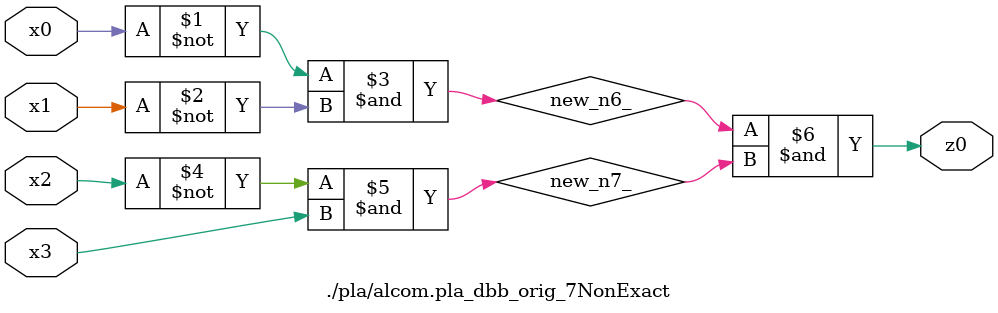
<source format=v>

module \./pla/alcom.pla_dbb_orig_7NonExact  ( 
    x0, x1, x2, x3,
    z0  );
  input  x0, x1, x2, x3;
  output z0;
  wire new_n6_, new_n7_;
  assign new_n6_ = ~x0 & ~x1;
  assign new_n7_ = ~x2 & x3;
  assign z0 = new_n6_ & new_n7_;
endmodule



</source>
